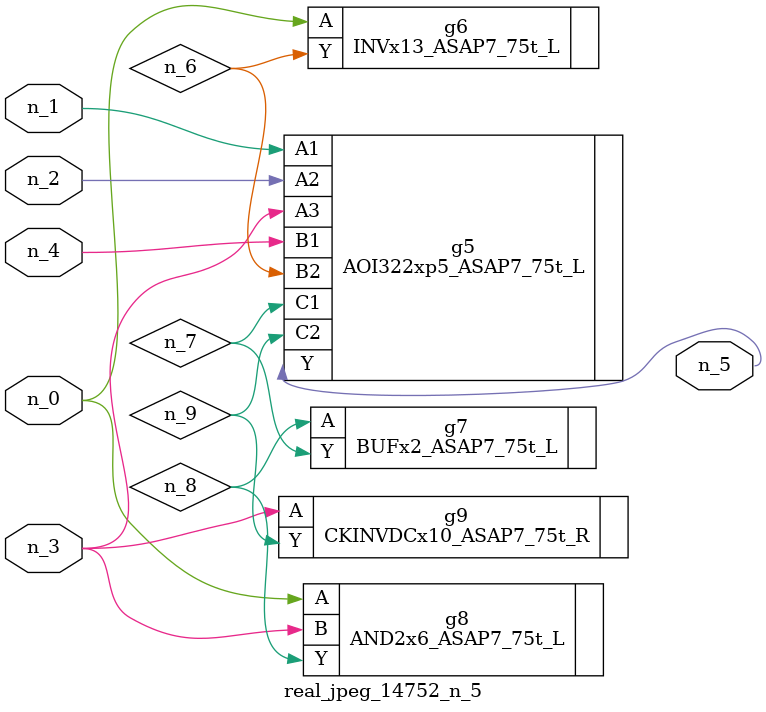
<source format=v>
module real_jpeg_14752_n_5 (n_4, n_0, n_1, n_2, n_3, n_5);

input n_4;
input n_0;
input n_1;
input n_2;
input n_3;

output n_5;

wire n_8;
wire n_6;
wire n_7;
wire n_9;

INVx13_ASAP7_75t_L g6 ( 
.A(n_0),
.Y(n_6)
);

AND2x6_ASAP7_75t_L g8 ( 
.A(n_0),
.B(n_3),
.Y(n_8)
);

AOI322xp5_ASAP7_75t_L g5 ( 
.A1(n_1),
.A2(n_2),
.A3(n_3),
.B1(n_4),
.B2(n_6),
.C1(n_7),
.C2(n_9),
.Y(n_5)
);

CKINVDCx10_ASAP7_75t_R g9 ( 
.A(n_3),
.Y(n_9)
);

BUFx2_ASAP7_75t_L g7 ( 
.A(n_8),
.Y(n_7)
);


endmodule
</source>
